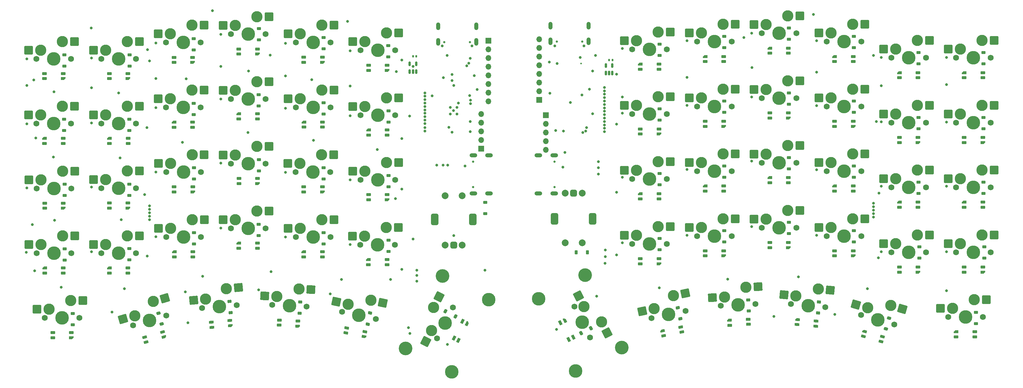
<source format=gbr>
%TF.GenerationSoftware,KiCad,Pcbnew,8.0.5*%
%TF.CreationDate,2024-10-06T11:07:10+02:00*%
%TF.ProjectId,chastity,63686173-7469-4747-992e-6b696361645f,rev?*%
%TF.SameCoordinates,Original*%
%TF.FileFunction,Soldermask,Bot*%
%TF.FilePolarity,Negative*%
%FSLAX46Y46*%
G04 Gerber Fmt 4.6, Leading zero omitted, Abs format (unit mm)*
G04 Created by KiCad (PCBNEW 8.0.5) date 2024-10-06 11:07:10*
%MOMM*%
%LPD*%
G01*
G04 APERTURE LIST*
G04 Aperture macros list*
%AMRoundRect*
0 Rectangle with rounded corners*
0 $1 Rounding radius*
0 $2 $3 $4 $5 $6 $7 $8 $9 X,Y pos of 4 corners*
0 Add a 4 corners polygon primitive as box body*
4,1,4,$2,$3,$4,$5,$6,$7,$8,$9,$2,$3,0*
0 Add four circle primitives for the rounded corners*
1,1,$1+$1,$2,$3*
1,1,$1+$1,$4,$5*
1,1,$1+$1,$6,$7*
1,1,$1+$1,$8,$9*
0 Add four rect primitives between the rounded corners*
20,1,$1+$1,$2,$3,$4,$5,0*
20,1,$1+$1,$4,$5,$6,$7,0*
20,1,$1+$1,$6,$7,$8,$9,0*
20,1,$1+$1,$8,$9,$2,$3,0*%
%AMFreePoly0*
4,1,18,-0.410000,0.593000,-0.403758,0.624380,-0.385983,0.650983,-0.359380,0.668758,-0.328000,0.675000,0.328000,0.675000,0.359380,0.668758,0.385983,0.650983,0.403758,0.624380,0.410000,0.593000,0.410000,-0.593000,0.403758,-0.624380,0.385983,-0.650983,0.359380,-0.668758,0.328000,-0.675000,0.000000,-0.675000,-0.410000,-0.265000,-0.410000,0.593000,-0.410000,0.593000,$1*%
G04 Aperture macros list end*
%ADD10C,0.650000*%
%ADD11O,2.250000X1.200000*%
%ADD12O,1.200000X2.250000*%
%ADD13C,2.000000*%
%ADD14RoundRect,0.500000X0.500000X-0.500000X0.500000X0.500000X-0.500000X0.500000X-0.500000X-0.500000X0*%
%ADD15RoundRect,0.550000X0.550000X-1.150000X0.550000X1.150000X-0.550000X1.150000X-0.550000X-1.150000X0*%
%ADD16RoundRect,0.500000X-0.500000X0.500000X-0.500000X-0.500000X0.500000X-0.500000X0.500000X0.500000X0*%
%ADD17RoundRect,0.550000X-0.550000X1.150000X-0.550000X-1.150000X0.550000X-1.150000X0.550000X1.150000X0*%
%ADD18C,4.000000*%
%ADD19C,3.987800*%
%ADD20RoundRect,0.225000X0.320025X-0.298050X0.413585X0.142116X-0.320025X0.298050X-0.413585X-0.142116X0*%
%ADD21RoundRect,0.225000X0.375000X-0.225000X0.375000X0.225000X-0.375000X0.225000X-0.375000X-0.225000X0*%
%ADD22RoundRect,0.082000X-0.593000X0.328000X-0.593000X-0.328000X0.593000X-0.328000X0.593000X0.328000X0*%
%ADD23FreePoly0,270.000000*%
%ADD24C,1.750000*%
%ADD25C,3.300000*%
%ADD26RoundRect,0.250000X1.025000X1.000000X-1.025000X1.000000X-1.025000X-1.000000X1.025000X-1.000000X0*%
%ADD27RoundRect,0.225000X0.386262X-0.205066X0.362710X0.244318X-0.386262X0.205066X-0.362710X-0.244318X0*%
%ADD28RoundRect,0.082000X-0.609354X0.296515X-0.575021X-0.358586X0.609354X-0.296515X0.575021X0.358586X0*%
%ADD29FreePoly0,273.000000*%
%ADD30R,1.700000X1.700000*%
%ADD31O,1.700000X1.700000*%
%ADD32RoundRect,0.082000X0.593000X-0.328000X0.593000X0.328000X-0.593000X0.328000X-0.593000X-0.328000X0*%
%ADD33FreePoly0,90.000000*%
%ADD34RoundRect,0.082000X0.511846X-0.444124X0.648237X0.197541X-0.511846X0.444124X-0.648237X-0.197541X0*%
%ADD35FreePoly0,78.000000*%
%ADD36RoundRect,0.250000X1.108255X0.906860X-0.933944X1.085529X-1.108255X-0.906860X0.933944X-1.085529X0*%
%ADD37RoundRect,0.082000X0.023034X0.677276X-0.561467X0.379458X-0.023034X-0.677276X0.561467X-0.379458X0*%
%ADD38FreePoly0,207.000000*%
%ADD39RoundRect,0.250000X1.356347X-0.459291X0.425666X1.367272X-1.356347X0.459291X-0.425666X-1.367272X0*%
%ADD40RoundRect,0.225000X-0.030230X-0.436275X0.370723X-0.231980X0.030230X0.436275X-0.370723X0.231980X0*%
%ADD41RoundRect,0.250000X1.210513X0.765038X-0.794690X1.191257X-1.210513X-0.765038X0.794690X-1.191257X0*%
%ADD42RoundRect,0.082000X-0.648237X0.197541X-0.511846X-0.444124X0.648237X-0.197541X0.511846X0.444124X0*%
%ADD43FreePoly0,282.000000*%
%ADD44RoundRect,0.225000X0.362710X-0.244318X0.386262X0.205066X-0.362710X0.244318X-0.386262X-0.205066X0*%
%ADD45RoundRect,0.225000X0.370723X0.231980X-0.030230X0.436275X-0.370723X-0.231980X0.030230X-0.436275X0*%
%ADD46RoundRect,0.082000X0.575021X-0.358586X0.609354X0.296515X-0.575021X0.358586X-0.609354X-0.296515X0*%
%ADD47FreePoly0,87.000000*%
%ADD48RoundRect,0.250000X1.260931X0.678733X-0.709656X1.243790X-1.260931X-0.678733X0.709656X-1.243790X0*%
%ADD49RoundRect,0.082000X-0.562156X0.378435X-0.619331X-0.275069X0.562156X-0.378435X0.619331X0.275069X0*%
%ADD50FreePoly0,265.000000*%
%ADD51RoundRect,0.225000X0.298455X-0.319648X0.422492X0.112920X-0.298455X0.319648X-0.422492X-0.112920X0*%
%ADD52RoundRect,0.150000X0.150000X-0.512500X0.150000X0.512500X-0.150000X0.512500X-0.150000X-0.512500X0*%
%ADD53RoundRect,0.250000X1.075931X0.944985X-0.971259X1.052274X-1.075931X-0.944985X0.971259X-1.052274X0*%
%ADD54RoundRect,0.225000X0.225000X0.375000X-0.225000X0.375000X-0.225000X-0.375000X0.225000X-0.375000X0*%
%ADD55RoundRect,0.082000X-0.479619X0.478747X-0.660437X-0.151841X0.479619X-0.478747X0.660437X0.151841X0*%
%ADD56FreePoly0,254.000000*%
%ADD57RoundRect,0.225000X0.393183X-0.191460X0.353963X0.256827X-0.393183X0.191460X-0.353963X-0.256827X0*%
%ADD58RoundRect,0.225000X0.353963X-0.256827X0.393183X0.191460X-0.353963X0.256827X-0.393183X-0.191460X0*%
%ADD59RoundRect,0.250000X0.971259X1.052274X-1.075931X0.944985X-0.971259X-1.052274X1.075931X-0.944985X0*%
%ADD60RoundRect,0.250000X0.709656X1.243790X-1.260931X0.678733X-0.709656X-1.243790X1.260931X-0.678733X0*%
%ADD61RoundRect,0.082000X0.561467X0.379458X-0.023034X0.677276X-0.561467X-0.379458X0.023034X-0.677276X0*%
%ADD62FreePoly0,153.000000*%
%ADD63RoundRect,0.225000X0.413585X-0.142116X0.320025X0.298050X-0.413585X0.142116X-0.320025X-0.298050X0*%
%ADD64RoundRect,0.250000X-0.425666X1.367272X-1.356347X-0.459291X0.425666X-1.367272X1.356347X0.459291X0*%
%ADD65RoundRect,0.082000X0.660437X-0.151841X0.479619X0.478747X-0.660437X0.151841X-0.479619X-0.478747X0*%
%ADD66FreePoly0,106.000000*%
%ADD67RoundRect,0.140000X-0.140000X-0.170000X0.140000X-0.170000X0.140000X0.170000X-0.140000X0.170000X0*%
%ADD68RoundRect,0.250000X0.794690X1.191257X-1.210513X0.765038X-0.794690X-1.191257X1.210513X-0.765038X0*%
%ADD69RoundRect,0.082000X0.619331X-0.275069X0.562156X0.378435X-0.619331X0.275069X-0.562156X-0.378435X0*%
%ADD70FreePoly0,95.000000*%
%ADD71RoundRect,0.250000X0.933944X1.085529X-1.108255X0.906860X-0.933944X-1.085529X1.108255X-0.906860X0*%
%ADD72RoundRect,0.225000X0.422492X-0.112920X0.298455X0.319648X-0.422492X0.112920X-0.298455X-0.319648X0*%
%ADD73C,0.800000*%
%ADD74C,0.500000*%
G04 APERTURE END LIST*
D10*
%TO.C,SPLIT_R1*%
X114971764Y96192805D03*
X114971764Y88692805D03*
D11*
X110291764Y98037805D03*
X114891764Y98017805D03*
X110291764Y86887805D03*
X114891764Y86867805D03*
%TD*%
D10*
%TO.C,J1*%
X90200621Y131227621D03*
X82700621Y131227621D03*
D12*
X92045621Y135907621D03*
X92025621Y131307621D03*
X80895621Y135907621D03*
X80875621Y131307621D03*
%TD*%
D13*
%TO.C,SW1*%
X82941764Y71695000D03*
X87941764Y71695000D03*
D14*
X85441764Y71695000D03*
D15*
X79841764Y79195000D03*
X91041764Y79195000D03*
D13*
X87941764Y86195000D03*
X82941764Y86195000D03*
%TD*%
%TO.C,SW2*%
X123101704Y86893835D03*
X118101704Y86893835D03*
D16*
X120601704Y86893835D03*
D17*
X126201704Y79393835D03*
X115001704Y79393835D03*
D13*
X118101704Y72393835D03*
X123101704Y72393835D03*
%TD*%
D10*
%TO.C,SPLIT_L1*%
X91111764Y88690000D03*
X91111764Y96190000D03*
D11*
X95791764Y86845000D03*
X91191764Y86865000D03*
X95791764Y97995000D03*
X91191764Y98015000D03*
%TD*%
D10*
%TO.C,J4*%
X123151032Y131356728D03*
X115651032Y131356728D03*
D12*
X124996032Y136036728D03*
X124976032Y131436728D03*
X113846032Y136036728D03*
X113826032Y131436728D03*
%TD*%
D18*
%TO.C,S31*%
X123960120Y62882475D03*
D19*
X110381181Y55963660D03*
D18*
X134770769Y41665382D03*
D19*
X121191830Y34746567D03*
%TD*%
D18*
%TO.C,S1*%
X71312759Y41407577D03*
D19*
X84891698Y34488762D03*
D18*
X82123408Y62624670D03*
D19*
X95702347Y55705855D03*
%TD*%
D20*
%TO.C,D29*%
X60248710Y48531056D03*
X60934818Y51758944D03*
%TD*%
D21*
%TO.C,D44*%
X164791764Y91602805D03*
X164791764Y94902805D03*
%TD*%
D22*
%TO.C,LED11*%
X46946764Y106285000D03*
X46946764Y107785000D03*
X41496764Y106285000D03*
D23*
X41496764Y107785000D03*
%TD*%
D24*
%TO.C,MX51*%
X185971764Y76802805D03*
D19*
X180891764Y76802805D03*
D24*
X175811764Y76802805D03*
D25*
X177081764Y79342805D03*
D26*
X173531764Y79342805D03*
X186981764Y81882805D03*
D25*
X183431764Y81882805D03*
%TD*%
D22*
%TO.C,LED19*%
X-29083236Y63515000D03*
X-29083236Y65015000D03*
X-34533236Y63515000D03*
D23*
X-34533236Y65015000D03*
%TD*%
D27*
%TO.C,D57*%
X172028118Y52355066D03*
X171855410Y55650544D03*
%TD*%
D24*
%TO.C,MX6*%
X68271764Y128845000D03*
D19*
X63191764Y128845000D03*
D24*
X58111764Y128845000D03*
D25*
X59381764Y131385000D03*
D26*
X55831764Y131385000D03*
X69281764Y133925000D03*
D25*
X65731764Y133925000D03*
%TD*%
D21*
%TO.C,D13*%
X-28708236Y86295000D03*
X-28708236Y89595000D03*
%TD*%
D28*
%TO.C,LED57*%
X171868148Y48473410D03*
X171789645Y49971355D03*
X166425617Y48188179D03*
D29*
X166347114Y49686124D03*
%TD*%
D21*
%TO.C,D35*%
X221791764Y124852805D03*
X221791764Y128152805D03*
%TD*%
D30*
%TO.C,J5*%
X112480764Y109825000D03*
D31*
X112480764Y107285000D03*
X112480764Y104745000D03*
X112480764Y102205000D03*
X112480764Y99665000D03*
%TD*%
D32*
%TO.C,LED6*%
X60466764Y124425000D03*
X60466764Y122925000D03*
X65916764Y124425000D03*
D33*
X65916764Y122925000D03*
%TD*%
D21*
%TO.C,D60*%
X238641764Y48652805D03*
X238641764Y51952805D03*
%TD*%
%TO.C,D48*%
X240791764Y86852805D03*
X240791764Y90152805D03*
%TD*%
%TO.C,D15*%
X9291764Y91095000D03*
X9291764Y94395000D03*
%TD*%
D32*
%TO.C,LED14*%
X-15553236Y84025000D03*
X-15553236Y82525000D03*
X-10103236Y84025000D03*
D33*
X-10103236Y82525000D03*
%TD*%
D21*
%TO.C,D6*%
X66241764Y126895000D03*
X66241764Y130195000D03*
%TD*%
D22*
%TO.C,LED35*%
X221616764Y120772805D03*
X221616764Y122272805D03*
X216166764Y120772805D03*
D23*
X216166764Y122272805D03*
%TD*%
D30*
%TO.C,J6*%
X110480764Y114245000D03*
D31*
X110480764Y116785000D03*
X110480764Y119325000D03*
X110480764Y121865000D03*
X110480764Y124405000D03*
X110480764Y126945000D03*
X110480764Y129485000D03*
X110480764Y132025000D03*
%TD*%
D21*
%TO.C,D17*%
X47291764Y91095000D03*
X47291764Y94395000D03*
%TD*%
%TO.C,D5*%
X47291764Y129295000D03*
X47291764Y132595000D03*
%TD*%
%TO.C,D34*%
X202791764Y129602805D03*
X202791764Y132902805D03*
%TD*%
%TO.C,D40*%
X202791764Y110602805D03*
X202791764Y113902805D03*
%TD*%
D24*
%TO.C,MX22*%
X30221764Y76595000D03*
D19*
X25141764Y76595000D03*
D24*
X20061764Y76595000D03*
D25*
X21331764Y79135000D03*
D26*
X17781764Y79135000D03*
X31231764Y81675000D03*
D25*
X27681764Y81675000D03*
%TD*%
D22*
%TO.C,LED47*%
X221616764Y82772805D03*
X221616764Y84272805D03*
X216166764Y82772805D03*
D23*
X216166764Y84272805D03*
%TD*%
D22*
%TO.C,LED23*%
X46916764Y68265000D03*
X46916764Y69765000D03*
X41466764Y68265000D03*
D23*
X41466764Y69765000D03*
%TD*%
D24*
%TO.C,MX37*%
X147971764Y110102805D03*
D19*
X142891764Y110102805D03*
D24*
X137811764Y110102805D03*
D25*
X139081764Y112642805D03*
D26*
X135531764Y112642805D03*
X148981764Y115182805D03*
D25*
X145431764Y115182805D03*
%TD*%
D32*
%TO.C,LED54*%
X235166764Y65272805D03*
X235166764Y63772805D03*
X240616764Y65272805D03*
D33*
X240616764Y63772805D03*
%TD*%
D22*
%TO.C,LED9*%
X8866764Y106245000D03*
X8866764Y107745000D03*
X3416764Y106245000D03*
D23*
X3416764Y107745000D03*
%TD*%
D32*
%TO.C,LED2*%
X-15583236Y122015000D03*
X-15583236Y120515000D03*
X-10133236Y122015000D03*
D33*
X-10133236Y120515000D03*
%TD*%
D21*
%TO.C,D53*%
X222045211Y67851540D03*
X222045211Y71151540D03*
%TD*%
D32*
%TO.C,LED51*%
X178166764Y72472805D03*
X178166764Y70972805D03*
X183616764Y72472805D03*
D33*
X183616764Y70972805D03*
%TD*%
D34*
%TO.C,LED29*%
X54076055Y47426180D03*
X53764187Y45958959D03*
X59406959Y46293061D03*
D35*
X59095091Y44825840D03*
%TD*%
D24*
%TO.C,MX38*%
X166971764Y112352805D03*
D19*
X161891764Y112352805D03*
D24*
X156811764Y112352805D03*
D25*
X158081764Y114892805D03*
D26*
X154531764Y114892805D03*
X167981764Y117432805D03*
D25*
X164431764Y117432805D03*
%TD*%
D24*
%TO.C,MX58*%
X194452433Y53510054D03*
D19*
X189391764Y53952805D03*
D24*
X184331095Y54395556D03*
D25*
X185817638Y56815203D03*
D36*
X182281147Y57124606D03*
X195901341Y58482696D03*
D25*
X192364850Y58792098D03*
%TD*%
D32*
%TO.C,LED25*%
X-32183236Y46015000D03*
X-32183236Y44515000D03*
X-26733236Y46015000D03*
D33*
X-26733236Y44515000D03*
%TD*%
D24*
%TO.C,MX54*%
X242971764Y69602805D03*
D19*
X237891764Y69602805D03*
D24*
X232811764Y69602805D03*
D25*
X234081764Y72142805D03*
D26*
X230531764Y72142805D03*
X243981764Y74682805D03*
D25*
X240431764Y74682805D03*
%TD*%
D24*
%TO.C,MX42*%
X242971764Y107602805D03*
D19*
X237891764Y107602805D03*
D24*
X232811764Y107602805D03*
D25*
X234081764Y110142805D03*
D26*
X230531764Y110142805D03*
X243981764Y112682805D03*
D25*
X240431764Y112682805D03*
%TD*%
D24*
%TO.C,MX8*%
X-7728236Y107345000D03*
D19*
X-12808236Y107345000D03*
D24*
X-17888236Y107345000D03*
D25*
X-16618236Y109885000D03*
D26*
X-20168236Y109885000D03*
X-6718236Y112425000D03*
D25*
X-10268236Y112425000D03*
%TD*%
D37*
%TO.C,LED55*%
X119184320Y44028047D03*
X120520830Y44709033D03*
X116710072Y48884033D03*
D38*
X118046582Y49565019D03*
%TD*%
D22*
%TO.C,LED20*%
X-10133236Y63515000D03*
X-10133236Y65015000D03*
X-15583236Y63515000D03*
D23*
X-15583236Y65015000D03*
%TD*%
D24*
%TO.C,MX48*%
X242971764Y88602805D03*
D19*
X237891764Y88602805D03*
D24*
X232811764Y88602805D03*
D25*
X234081764Y91142805D03*
D26*
X230531764Y91142805D03*
X243981764Y93682805D03*
D25*
X240431764Y93682805D03*
%TD*%
D24*
%TO.C,MX55*%
X125448036Y44576492D03*
D19*
X123141764Y49102805D03*
D24*
X120835492Y53629118D03*
D25*
X123675217Y53650676D03*
D39*
X122063550Y56813749D03*
X130432879Y45982847D03*
D25*
X128821213Y49145920D03*
%TD*%
D22*
%TO.C,LED33*%
X183616764Y127972805D03*
X183616764Y129472805D03*
X178166764Y127972805D03*
D23*
X178166764Y129472805D03*
%TD*%
D24*
%TO.C,MX24*%
X68221764Y71795000D03*
D19*
X63141764Y71795000D03*
D24*
X58061764Y71795000D03*
D25*
X59331764Y74335000D03*
D26*
X55781764Y74335000D03*
X69231764Y76875000D03*
D25*
X65681764Y76875000D03*
%TD*%
D24*
%TO.C,MX33*%
X185971764Y133802805D03*
D19*
X180891764Y133802805D03*
D24*
X175811764Y133802805D03*
D25*
X177081764Y136342805D03*
D26*
X173531764Y136342805D03*
X186981764Y138882805D03*
D25*
X183431764Y138882805D03*
%TD*%
D22*
%TO.C,LED10*%
X27866764Y108715000D03*
X27866764Y110215000D03*
X22416764Y108715000D03*
D23*
X22416764Y110215000D03*
%TD*%
D24*
%TO.C,MX19*%
X-26728236Y69345000D03*
D19*
X-31808236Y69345000D03*
D24*
X-36888236Y69345000D03*
D25*
X-35618236Y71885000D03*
D26*
X-39168236Y71885000D03*
X-25718236Y74425000D03*
D25*
X-29268236Y74425000D03*
%TD*%
D32*
%TO.C,LED18*%
X60446764Y86495000D03*
X60446764Y84995000D03*
X65896764Y86495000D03*
D33*
X65896764Y84995000D03*
%TD*%
D21*
%TO.C,D2*%
X-9658236Y124195000D03*
X-9658236Y127495000D03*
%TD*%
D22*
%TO.C,LED7*%
X-29133236Y101515000D03*
X-29133236Y103015000D03*
X-34583236Y101515000D03*
D23*
X-34583236Y103015000D03*
%TD*%
D21*
%TO.C,D24*%
X66291764Y69795000D03*
X66291764Y73095000D03*
%TD*%
%TO.C,D16*%
X28291764Y93495000D03*
X28291764Y96795000D03*
%TD*%
D40*
%TO.C,D55*%
X122771603Y45853721D03*
X125711925Y47351889D03*
%TD*%
D32*
%TO.C,LED16*%
X22446764Y91235000D03*
X22446764Y89735000D03*
X27896764Y91235000D03*
D33*
X27896764Y89735000D03*
%TD*%
D24*
%TO.C,MX29*%
X62610754Y50038809D03*
D19*
X57641764Y51095000D03*
D24*
X52672774Y52151191D03*
D25*
X54443117Y54371638D03*
D41*
X50970693Y55109725D03*
X64654874Y54797808D03*
D25*
X61182450Y55535894D03*
%TD*%
D21*
%TO.C,D61*%
X94666073Y80931460D03*
X94666073Y84231460D03*
%TD*%
D24*
%TO.C,MX40*%
X204971764Y112352805D03*
D19*
X199891764Y112352805D03*
D24*
X194811764Y112352805D03*
D25*
X196081764Y114892805D03*
D26*
X192531764Y114892805D03*
X205981764Y117432805D03*
D25*
X202431764Y117432805D03*
%TD*%
D22*
%TO.C,LED60*%
X238266764Y44772805D03*
X238266764Y46272805D03*
X232816764Y44772805D03*
D23*
X232816764Y46272805D03*
%TD*%
D21*
%TO.C,D3*%
X9141764Y128945000D03*
X9141764Y132245000D03*
%TD*%
D24*
%TO.C,MX2*%
X-7778236Y126345000D03*
D19*
X-12858236Y126345000D03*
D24*
X-17938236Y126345000D03*
D25*
X-16668236Y128885000D03*
D26*
X-20218236Y128885000D03*
X-6768236Y131425000D03*
D25*
X-10318236Y131425000D03*
%TD*%
D32*
%TO.C,LED1*%
X-34583236Y122015000D03*
X-34583236Y120515000D03*
X-29133236Y122015000D03*
D33*
X-29133236Y120515000D03*
%TD*%
D42*
%TO.C,LED56*%
X152319342Y46216764D03*
X152007474Y47683985D03*
X146988438Y45083645D03*
D43*
X146676570Y46550866D03*
%TD*%
D24*
%TO.C,MX50*%
X166971764Y74352805D03*
D19*
X161891764Y74352805D03*
D24*
X156811764Y74352805D03*
D25*
X158081764Y76892805D03*
D26*
X154531764Y76892805D03*
X167981764Y79432805D03*
D25*
X164431764Y79432805D03*
%TD*%
D21*
%TO.C,D42*%
X240791764Y105852805D03*
X240791764Y109152805D03*
%TD*%
D44*
%TO.C,D28*%
X40205410Y51697261D03*
X40378118Y54992739D03*
%TD*%
D24*
%TO.C,MX52*%
X204971764Y74352805D03*
D19*
X199891764Y74352805D03*
D24*
X194811764Y74352805D03*
D25*
X196081764Y76892805D03*
D26*
X192531764Y76892805D03*
X205981764Y79432805D03*
D25*
X202431764Y79432805D03*
%TD*%
D45*
%TO.C,D30*%
X85961925Y50795916D03*
X83021603Y52294084D03*
%TD*%
D24*
%TO.C,MX14*%
X-7748236Y88355000D03*
D19*
X-12828236Y88355000D03*
D24*
X-17908236Y88355000D03*
D25*
X-16638236Y90895000D03*
D26*
X-20188236Y90895000D03*
X-6738236Y93435000D03*
D25*
X-10288236Y93435000D03*
%TD*%
D32*
%TO.C,LED40*%
X197166764Y108022805D03*
X197166764Y106522805D03*
X202616764Y108022805D03*
D33*
X202616764Y106522805D03*
%TD*%
D32*
%TO.C,LED52*%
X197166764Y70022805D03*
X197166764Y68522805D03*
X202616764Y70022805D03*
D33*
X202616764Y68522805D03*
%TD*%
D21*
%TO.C,D49*%
X145791764Y70302805D03*
X145791764Y73602805D03*
%TD*%
D24*
%TO.C,MX13*%
X-26748236Y88325000D03*
D19*
X-31828236Y88325000D03*
D24*
X-36908236Y88325000D03*
D25*
X-35638236Y90865000D03*
D26*
X-39188236Y90865000D03*
X-25738236Y93405000D03*
D25*
X-29288236Y93405000D03*
%TD*%
D24*
%TO.C,MX20*%
X-7778236Y69345000D03*
D19*
X-12858236Y69345000D03*
D24*
X-17938236Y69345000D03*
D25*
X-16668236Y71885000D03*
D26*
X-20218236Y71885000D03*
X-6768236Y74425000D03*
D25*
X-10318236Y74425000D03*
%TD*%
D22*
%TO.C,LED8*%
X-10083236Y101515000D03*
X-10083236Y103015000D03*
X-15533236Y101515000D03*
D23*
X-15533236Y103015000D03*
%TD*%
D21*
%TO.C,D39*%
X183791764Y113052805D03*
X183791764Y116352805D03*
%TD*%
D24*
%TO.C,MX32*%
X166971764Y131352805D03*
D19*
X161891764Y131352805D03*
D24*
X156811764Y131352805D03*
D25*
X158081764Y133892805D03*
D26*
X154531764Y133892805D03*
X167981764Y136432805D03*
D25*
X164431764Y136432805D03*
%TD*%
D24*
%TO.C,MX16*%
X30251764Y95565000D03*
D19*
X25171764Y95565000D03*
D24*
X20091764Y95565000D03*
D25*
X21361764Y98105000D03*
D26*
X17811764Y98105000D03*
X31261764Y100645000D03*
D25*
X27711764Y100645000D03*
%TD*%
D21*
%TO.C,D20*%
X-9708236Y67395000D03*
X-9708236Y70695000D03*
%TD*%
%TO.C,D32*%
X164791764Y129602805D03*
X164791764Y132902805D03*
%TD*%
D24*
%TO.C,MX43*%
X147971764Y91102805D03*
D19*
X142891764Y91102805D03*
D24*
X137811764Y91102805D03*
D25*
X139081764Y93642805D03*
D26*
X135531764Y93642805D03*
X148981764Y96182805D03*
D25*
X145431764Y96182805D03*
%TD*%
D46*
%TO.C,LED28*%
X34293884Y49713550D03*
X34215381Y48215605D03*
X39736415Y49428319D03*
D47*
X39657912Y47930374D03*
%TD*%
D21*
%TO.C,D11*%
X47291764Y110095000D03*
X47291764Y113395000D03*
%TD*%
D22*
%TO.C,LED12*%
X65896764Y103965000D03*
X65896764Y105465000D03*
X60446764Y103965000D03*
D23*
X60446764Y105465000D03*
%TD*%
D21*
%TO.C,D51*%
X183791764Y75052805D03*
X183791764Y78352805D03*
%TD*%
D24*
%TO.C,MX59*%
X214674973Y48402567D03*
D19*
X209791764Y49802805D03*
D24*
X204908555Y51203043D03*
D25*
X206829476Y53294588D03*
D48*
X203416997Y54273101D03*
X217046085Y53007383D03*
D25*
X213633606Y53985896D03*
%TD*%
D49*
%TO.C,LED58*%
X191598277Y47907491D03*
X191729010Y49401783D03*
X186169016Y48382489D03*
D50*
X186299749Y49876781D03*
%TD*%
D51*
%TO.C,D59*%
X212186962Y47116723D03*
X213096566Y50288887D03*
%TD*%
D21*
%TO.C,D45*%
X183791764Y94052805D03*
X183791764Y97352805D03*
%TD*%
%TO.C,D43*%
X145791764Y89352805D03*
X145791764Y92652805D03*
%TD*%
D22*
%TO.C,LED21*%
X8916764Y68215000D03*
X8916764Y69715000D03*
X3466764Y68215000D03*
D23*
X3466764Y69715000D03*
%TD*%
D21*
%TO.C,D18*%
X66291764Y88795000D03*
X66291764Y92095000D03*
%TD*%
D24*
%TO.C,MX35*%
X223971764Y126602805D03*
D19*
X218891764Y126602805D03*
D24*
X213811764Y126602805D03*
D25*
X215081764Y129142805D03*
D26*
X211531764Y129142805D03*
X224981764Y131682805D03*
D25*
X221431764Y131682805D03*
%TD*%
D24*
%TO.C,MX31*%
X147971764Y129102805D03*
D19*
X142891764Y129102805D03*
D24*
X137811764Y129102805D03*
D25*
X139081764Y131642805D03*
D26*
X135531764Y131642805D03*
X148981764Y134182805D03*
D25*
X145431764Y134182805D03*
%TD*%
D24*
%TO.C,MX5*%
X49271764Y131105000D03*
D19*
X44191764Y131105000D03*
D24*
X39111764Y131105000D03*
D25*
X40381764Y133645000D03*
D26*
X36831764Y133645000D03*
X50281764Y136185000D03*
D25*
X46731764Y136185000D03*
%TD*%
D22*
%TO.C,LED24*%
X65866764Y65965000D03*
X65866764Y67465000D03*
X60416764Y65965000D03*
D23*
X60416764Y67465000D03*
%TD*%
D52*
%TO.C,U6*%
X74441764Y122607500D03*
X73491764Y122607500D03*
X72541764Y122607500D03*
X72541764Y124882500D03*
X74441764Y124882500D03*
%TD*%
D24*
%TO.C,MX28*%
X42314802Y53629133D03*
D19*
X37241764Y53895000D03*
D24*
X32168726Y54160867D03*
D25*
X33569919Y56630919D03*
D53*
X30024784Y56816712D03*
X43589285Y58649312D03*
D25*
X40044150Y58835105D03*
%TD*%
D21*
%TO.C,D1*%
X-28758236Y124195000D03*
X-28758236Y127495000D03*
%TD*%
D54*
%TO.C,D62*%
X124630764Y69545000D03*
X121330764Y69545000D03*
%TD*%
D55*
%TO.C,LED59*%
X210804237Y43447537D03*
X211217693Y44889429D03*
X205565361Y44949761D03*
D56*
X205978817Y46391653D03*
%TD*%
D21*
%TO.C,D21*%
X9291764Y71995000D03*
X9291764Y75295000D03*
%TD*%
D24*
%TO.C,MX17*%
X49251764Y93095000D03*
D19*
X44171764Y93095000D03*
D24*
X39091764Y93095000D03*
D25*
X40361764Y95635000D03*
D26*
X36811764Y95635000D03*
X50261764Y98175000D03*
D25*
X46711764Y98175000D03*
%TD*%
D57*
%TO.C,D27*%
X19985571Y51901279D03*
X19697957Y55188721D03*
%TD*%
D21*
%TO.C,D52*%
X202791764Y72602805D03*
X202791764Y75902805D03*
%TD*%
D58*
%TO.C,D58*%
X192297957Y51759084D03*
X192585571Y55046526D03*
%TD*%
D21*
%TO.C,D41*%
X221791764Y105852805D03*
X221791764Y109152805D03*
%TD*%
D22*
%TO.C,LED36*%
X240616764Y120772805D03*
X240616764Y122272805D03*
X235166764Y120772805D03*
D23*
X235166764Y122272805D03*
%TD*%
D21*
%TO.C,D47*%
X221791764Y86852805D03*
X221791764Y90152805D03*
%TD*%
D24*
%TO.C,MX47*%
X223971764Y88602805D03*
D19*
X218891764Y88602805D03*
D24*
X213811764Y88602805D03*
D25*
X215081764Y91142805D03*
D26*
X211531764Y91142805D03*
X224981764Y93682805D03*
D25*
X221431764Y93682805D03*
%TD*%
D21*
%TO.C,D10*%
X28191764Y112495000D03*
X28191764Y115795000D03*
%TD*%
%TO.C,D36*%
X240791764Y124852805D03*
X240791764Y128152805D03*
%TD*%
D24*
%TO.C,MX1*%
X-26778236Y126345000D03*
D19*
X-31858236Y126345000D03*
D24*
X-36938236Y126345000D03*
D25*
X-35668236Y128885000D03*
D26*
X-39218236Y128885000D03*
X-25768236Y131425000D03*
D25*
X-29318236Y131425000D03*
%TD*%
D32*
%TO.C,LED53*%
X216166764Y65272805D03*
X216166764Y63772805D03*
X221616764Y65272805D03*
D33*
X221616764Y63772805D03*
%TD*%
D24*
%TO.C,MX44*%
X166971764Y93352805D03*
D19*
X161891764Y93352805D03*
D24*
X156811764Y93352805D03*
D25*
X158081764Y95892805D03*
D26*
X154531764Y95892805D03*
X167981764Y98432805D03*
D25*
X164431764Y98432805D03*
%TD*%
D30*
%TO.C,J2*%
X93491764Y99945000D03*
D31*
X93491764Y102485000D03*
X93491764Y105025000D03*
X93491764Y107565000D03*
X93491764Y110105000D03*
%TD*%
D32*
%TO.C,LED13*%
X-34553236Y83995000D03*
X-34553236Y82495000D03*
X-29103236Y83995000D03*
D33*
X-29103236Y82495000D03*
%TD*%
D24*
%TO.C,MX57*%
X173914802Y54418672D03*
D19*
X168841764Y54152805D03*
D24*
X163768726Y53886938D03*
D25*
X164904052Y56489924D03*
D59*
X161358917Y56304131D03*
X174657551Y59544569D03*
D25*
X171112416Y59358776D03*
%TD*%
D21*
%TO.C,D54*%
X241037142Y67919007D03*
X241037142Y71219007D03*
%TD*%
D30*
%TO.C,J3*%
X95591764Y131645000D03*
D31*
X95591764Y129105000D03*
X95591764Y126565000D03*
X95591764Y124025000D03*
X95591764Y121485000D03*
X95591764Y118945000D03*
X95591764Y116405000D03*
X95591764Y113865000D03*
%TD*%
D22*
%TO.C,LED43*%
X145616764Y85272805D03*
X145616764Y86772805D03*
X140166764Y85272805D03*
D23*
X140166764Y86772805D03*
%TD*%
D24*
%TO.C,MX15*%
X11251764Y93135000D03*
D19*
X6171764Y93135000D03*
D24*
X1091764Y93135000D03*
D25*
X2361764Y95675000D03*
D26*
X-1188236Y95675000D03*
X12261764Y98215000D03*
D25*
X8711764Y98215000D03*
%TD*%
D21*
%TO.C,D8*%
X-9708236Y105295000D03*
X-9708236Y108595000D03*
%TD*%
D22*
%TO.C,LED46*%
X202616764Y87522805D03*
X202616764Y89022805D03*
X197166764Y87522805D03*
D23*
X197166764Y89022805D03*
%TD*%
D21*
%TO.C,D14*%
X-9708236Y86295000D03*
X-9708236Y89595000D03*
%TD*%
D24*
%TO.C,MX18*%
X68251764Y90825000D03*
D19*
X63171764Y90825000D03*
D24*
X58091764Y90825000D03*
D25*
X59361764Y93365000D03*
D26*
X55811764Y93365000D03*
X69261764Y95905000D03*
D25*
X65711764Y95905000D03*
%TD*%
D24*
%TO.C,MX45*%
X185971764Y95802805D03*
D19*
X180891764Y95802805D03*
D24*
X175811764Y95802805D03*
D25*
X177081764Y98342805D03*
D26*
X173531764Y98342805D03*
X186981764Y100882805D03*
D25*
X183431764Y100882805D03*
%TD*%
D32*
%TO.C,LED4*%
X22416764Y129215000D03*
X22416764Y127715000D03*
X27866764Y129215000D03*
D33*
X27866764Y127715000D03*
%TD*%
D24*
%TO.C,MX53*%
X223971764Y69602805D03*
D19*
X218891764Y69602805D03*
D24*
X213811764Y69602805D03*
D25*
X215081764Y72142805D03*
D26*
X211531764Y72142805D03*
X224981764Y74682805D03*
D25*
X221431764Y74682805D03*
%TD*%
D21*
%TO.C,D33*%
X183791764Y132052805D03*
X183791764Y135352805D03*
%TD*%
%TO.C,D4*%
X28291764Y131895000D03*
X28291764Y135195000D03*
%TD*%
D22*
%TO.C,LED22*%
X27866764Y70765000D03*
X27866764Y72265000D03*
X22416764Y70765000D03*
D23*
X22416764Y72265000D03*
%TD*%
D32*
%TO.C,LED3*%
X3416764Y126765000D03*
X3416764Y125265000D03*
X8866764Y126765000D03*
D33*
X8866764Y125265000D03*
%TD*%
D24*
%TO.C,MX9*%
X11221764Y112075000D03*
D19*
X6141764Y112075000D03*
D24*
X1061764Y112075000D03*
D25*
X2331764Y114615000D03*
D26*
X-1218236Y114615000D03*
X12231764Y117155000D03*
D25*
X8681764Y117155000D03*
%TD*%
D24*
%TO.C,MX46*%
X204971764Y93352805D03*
D19*
X199891764Y93352805D03*
D24*
X194811764Y93352805D03*
D25*
X196081764Y95892805D03*
D26*
X192531764Y95892805D03*
X205981764Y98432805D03*
D25*
X202431764Y98432805D03*
%TD*%
D32*
%TO.C,LED38*%
X159166764Y108022805D03*
X159166764Y106522805D03*
X164616764Y108022805D03*
D33*
X164616764Y106522805D03*
%TD*%
D24*
%TO.C,MX12*%
X68251764Y109795000D03*
D19*
X63171764Y109795000D03*
D24*
X58091764Y109795000D03*
D25*
X59361764Y112335000D03*
D26*
X55811764Y112335000D03*
X69261764Y114875000D03*
D25*
X65711764Y114875000D03*
%TD*%
D22*
%TO.C,LED44*%
X164616764Y87522805D03*
X164616764Y89022805D03*
X159166764Y87522805D03*
D23*
X159166764Y89022805D03*
%TD*%
D24*
%TO.C,MX26*%
X1124973Y50995238D03*
D19*
X-3758236Y49595000D03*
D24*
X-8641445Y48194762D03*
D25*
X-8120762Y50986426D03*
D60*
X-11533241Y50007914D03*
X695610Y56156841D03*
D25*
X-2716869Y55178328D03*
%TD*%
D32*
%TO.C,LED37*%
X140166764Y105772805D03*
X140166764Y104272805D03*
X145616764Y105772805D03*
D33*
X145616764Y104272805D03*
%TD*%
D32*
%TO.C,LED15*%
X3446764Y88805000D03*
X3446764Y87305000D03*
X8896764Y88805000D03*
D33*
X8896764Y87305000D03*
%TD*%
D32*
%TO.C,LED41*%
X216166764Y103272805D03*
X216166764Y101772805D03*
X221616764Y103272805D03*
D33*
X221616764Y101772805D03*
%TD*%
D24*
%TO.C,MX41*%
X223971764Y107602805D03*
D19*
X218891764Y107602805D03*
D24*
X213811764Y107602805D03*
D25*
X215081764Y110142805D03*
D26*
X211531764Y110142805D03*
X224981764Y112682805D03*
D25*
X221431764Y112682805D03*
%TD*%
D22*
%TO.C,LED34*%
X202616764Y125522805D03*
X202616764Y127022805D03*
X197166764Y125522805D03*
D23*
X197166764Y127022805D03*
%TD*%
D61*
%TO.C,LED30*%
X85512698Y44451228D03*
X86849208Y43770242D03*
X87986946Y49307214D03*
D62*
X89323456Y48626228D03*
%TD*%
D21*
%TO.C,D12*%
X66291764Y107795000D03*
X66291764Y111095000D03*
%TD*%
D63*
%TO.C,D56*%
X151884818Y50088861D03*
X151198710Y53316749D03*
%TD*%
D24*
%TO.C,MX11*%
X49301764Y112115000D03*
D19*
X44221764Y112115000D03*
D24*
X39141764Y112115000D03*
D25*
X40411764Y114655000D03*
D26*
X36861764Y114655000D03*
X50311764Y117195000D03*
D25*
X46761764Y117195000D03*
%TD*%
D24*
%TO.C,MX30*%
X85198036Y53371313D03*
D19*
X82891764Y48845000D03*
D24*
X80585492Y44318687D03*
D25*
X78898904Y46603401D03*
D64*
X77287237Y43440328D03*
X81130253Y56577501D03*
D25*
X79518587Y53414428D03*
%TD*%
D24*
%TO.C,MX49*%
X147971764Y72052805D03*
D19*
X142891764Y72052805D03*
D24*
X137811764Y72052805D03*
D25*
X139081764Y74592805D03*
D26*
X135531764Y74592805D03*
X148981764Y77132805D03*
D25*
X145431764Y77132805D03*
%TD*%
D32*
%TO.C,LED42*%
X235166764Y103272805D03*
X235166764Y101772805D03*
X240616764Y103272805D03*
D33*
X240616764Y101772805D03*
%TD*%
D21*
%TO.C,D31*%
X145791764Y127352805D03*
X145791764Y130652805D03*
%TD*%
D24*
%TO.C,MX36*%
X242971764Y126602805D03*
D19*
X237891764Y126602805D03*
D24*
X232811764Y126602805D03*
D25*
X234081764Y129142805D03*
D26*
X230531764Y129142805D03*
X243981764Y131682805D03*
D25*
X240431764Y131682805D03*
%TD*%
D24*
%TO.C,MX21*%
X11271764Y74045000D03*
D19*
X6191764Y74045000D03*
D24*
X1111764Y74045000D03*
D25*
X2381764Y76585000D03*
D26*
X-1168236Y76585000D03*
X12281764Y79125000D03*
D25*
X8731764Y79125000D03*
%TD*%
D32*
%TO.C,LED39*%
X178166764Y110472805D03*
X178166764Y108972805D03*
X183616764Y110472805D03*
D33*
X183616764Y108972805D03*
%TD*%
D21*
%TO.C,D7*%
X-28808236Y105295000D03*
X-28808236Y108595000D03*
%TD*%
%TO.C,D50*%
X164791764Y72602805D03*
X164791764Y75902805D03*
%TD*%
D65*
%TO.C,LED26*%
X-5184164Y44681624D03*
X-4770708Y43239732D03*
X54712Y46183848D03*
D66*
X468168Y44741956D03*
%TD*%
D67*
%TO.C,C35*%
X131031337Y125945000D03*
X131991337Y125945000D03*
%TD*%
D22*
%TO.C,LED48*%
X240616764Y82772805D03*
X240616764Y84272805D03*
X235166764Y82772805D03*
D23*
X235166764Y84272805D03*
%TD*%
D22*
%TO.C,LED31*%
X145616764Y123272805D03*
X145616764Y124772805D03*
X140166764Y123272805D03*
D23*
X140166764Y124772805D03*
%TD*%
D32*
%TO.C,LED50*%
X159166764Y70022805D03*
X159166764Y68522805D03*
X164616764Y70022805D03*
D33*
X164616764Y68522805D03*
%TD*%
D21*
%TO.C,D25*%
X-26308236Y48345000D03*
X-26308236Y51645000D03*
%TD*%
%TO.C,D46*%
X202791764Y91602805D03*
X202791764Y94902805D03*
%TD*%
%TO.C,D19*%
X-28708236Y67295000D03*
X-28708236Y70595000D03*
%TD*%
%TO.C,D9*%
X9191764Y109995000D03*
X9191764Y113295000D03*
%TD*%
%TO.C,D37*%
X145791764Y108352805D03*
X145791764Y111652805D03*
%TD*%
D24*
%TO.C,MX60*%
X240621764Y50602805D03*
D19*
X235541764Y50602805D03*
D24*
X230461764Y50602805D03*
D25*
X231731764Y53142805D03*
D26*
X228181764Y53142805D03*
X241631764Y55682805D03*
D25*
X238081764Y55682805D03*
%TD*%
D24*
%TO.C,MX4*%
X30221764Y133545000D03*
D19*
X25141764Y133545000D03*
D24*
X20061764Y133545000D03*
D25*
X21331764Y136085000D03*
D26*
X17781764Y136085000D03*
X31231764Y138625000D03*
D25*
X27681764Y138625000D03*
%TD*%
D21*
%TO.C,D38*%
X164791764Y110602805D03*
X164791764Y113902805D03*
%TD*%
D24*
%TO.C,MX56*%
X153410754Y52408996D03*
D19*
X148441764Y51352805D03*
D24*
X143472774Y50296614D03*
D25*
X144186926Y53045156D03*
D68*
X140714502Y52307070D03*
X153342491Y57587977D03*
D25*
X149870068Y56849891D03*
%TD*%
D32*
%TO.C,LED5*%
X41466764Y126775000D03*
X41466764Y125275000D03*
X46916764Y126775000D03*
D33*
X46916764Y125275000D03*
%TD*%
D24*
%TO.C,MX10*%
X30221764Y114545000D03*
D19*
X25141764Y114545000D03*
D24*
X20061764Y114545000D03*
D25*
X21331764Y117085000D03*
D26*
X17781764Y117085000D03*
X31231764Y119625000D03*
D25*
X27681764Y119625000D03*
%TD*%
D52*
%TO.C,U11*%
X131975779Y122119077D03*
X131025779Y122119077D03*
X130075779Y122119077D03*
X130075779Y124394077D03*
X131975779Y124394077D03*
%TD*%
D24*
%TO.C,MX34*%
X204971764Y131352805D03*
D19*
X199891764Y131352805D03*
D24*
X194811764Y131352805D03*
D25*
X196081764Y133892805D03*
D26*
X192531764Y133892805D03*
X205981764Y136432805D03*
D25*
X202431764Y136432805D03*
%TD*%
D21*
%TO.C,D22*%
X28241764Y74495000D03*
X28241764Y77795000D03*
%TD*%
D24*
%TO.C,MX7*%
X-26778236Y107345000D03*
D19*
X-31858236Y107345000D03*
D24*
X-36938236Y107345000D03*
D25*
X-35668236Y109885000D03*
D26*
X-39218236Y109885000D03*
X-25768236Y112425000D03*
D25*
X-29318236Y112425000D03*
%TD*%
D22*
%TO.C,LED45*%
X183616764Y89972805D03*
X183616764Y91472805D03*
X178166764Y89972805D03*
D23*
X178166764Y91472805D03*
%TD*%
D22*
%TO.C,LED32*%
X164616764Y125522805D03*
X164616764Y127022805D03*
X159166764Y125522805D03*
D23*
X159166764Y127022805D03*
%TD*%
D69*
%TO.C,LED27*%
X14354518Y49093978D03*
X14485251Y47599686D03*
X19783779Y49568976D03*
D70*
X19914512Y48074684D03*
%TD*%
D24*
%TO.C,MX3*%
X11221764Y131095000D03*
D19*
X6141764Y131095000D03*
D24*
X1061764Y131095000D03*
D25*
X2331764Y133635000D03*
D26*
X-1218236Y133635000D03*
X12231764Y136175000D03*
D25*
X8681764Y136175000D03*
%TD*%
D67*
%TO.C,C6*%
X73478387Y127045000D03*
X74438387Y127045000D03*
%TD*%
D24*
%TO.C,MX27*%
X21752433Y54087751D03*
D19*
X16691764Y53645000D03*
D24*
X11631095Y53202249D03*
D25*
X12674887Y55843271D03*
D71*
X9138395Y55533868D03*
X22315839Y59236448D03*
D25*
X18779347Y58927045D03*
%TD*%
D24*
%TO.C,MX39*%
X185971764Y114802805D03*
D19*
X180891764Y114802805D03*
D24*
X175811764Y114802805D03*
D25*
X177081764Y117342805D03*
D26*
X173531764Y117342805D03*
X186981764Y119882805D03*
D25*
X183431764Y119882805D03*
%TD*%
D24*
%TO.C,MX25*%
X-24378236Y50345000D03*
D19*
X-29458236Y50345000D03*
D24*
X-34538236Y50345000D03*
D25*
X-33268236Y52885000D03*
D26*
X-36818236Y52885000D03*
X-23368236Y55425000D03*
D25*
X-26918236Y55425000D03*
%TD*%
D24*
%TO.C,MX23*%
X49271764Y74095000D03*
D19*
X44191764Y74095000D03*
D24*
X39111764Y74095000D03*
D25*
X40381764Y76635000D03*
D26*
X36831764Y76635000D03*
X50281764Y79175000D03*
D25*
X46731764Y79175000D03*
%TD*%
D21*
%TO.C,D23*%
X47291764Y71995000D03*
X47291764Y75295000D03*
%TD*%
D72*
%TO.C,D26*%
X-253434Y48558918D03*
X-1163038Y51731082D03*
%TD*%
D32*
%TO.C,LED49*%
X140166764Y67722805D03*
X140166764Y66222805D03*
X145616764Y67722805D03*
D33*
X145616764Y66222805D03*
%TD*%
D32*
%TO.C,LED17*%
X41446764Y88765000D03*
X41446764Y87265000D03*
X46896764Y88765000D03*
D33*
X46896764Y87265000D03*
%TD*%
D73*
X74641764Y64345000D03*
X127880764Y94345000D03*
X68391764Y85345000D03*
X179380764Y50745000D03*
X-4398236Y129035000D03*
X68591764Y122545000D03*
X54291764Y137345000D03*
X52491764Y61645000D03*
X90291764Y104945000D03*
X90303390Y107955920D03*
X44291764Y102445000D03*
X90791764Y130073764D03*
X5891764Y101845000D03*
X31891764Y63945000D03*
X115106032Y130156728D03*
X62991764Y99745000D03*
X94591764Y64345000D03*
X73491764Y124145000D03*
X82396764Y120802239D03*
X-31808236Y116645000D03*
X86400099Y110113140D03*
X-12108236Y79145000D03*
X85441764Y74495000D03*
X74641764Y62820000D03*
X117659380Y105099502D03*
D74*
X122780764Y124945000D03*
D73*
X80491764Y95145000D03*
X-20908236Y135385000D03*
X123684304Y130145000D03*
X31591764Y127445000D03*
X190980764Y139345000D03*
X84991264Y121751892D03*
X122580764Y126694500D03*
X-31608236Y78945000D03*
X89891764Y125045500D03*
X86400099Y112113140D03*
X82291764Y95145000D03*
X90291927Y126460730D03*
X115380764Y105345000D03*
X25291764Y122745000D03*
X92317298Y117358641D03*
X25091764Y104745000D03*
X84991264Y119945000D03*
X113651695Y116207566D03*
X-32008236Y97545000D03*
X127880764Y96195000D03*
X84400099Y112113140D03*
X6991764Y120445000D03*
X73491764Y73445000D03*
X129848959Y66320634D03*
X-12808236Y116345000D03*
X79070355Y115467283D03*
X72491764Y109545000D03*
X83991764Y106245000D03*
X-11108236Y58945000D03*
X-12408236Y97245000D03*
X43791764Y120245000D03*
X127880764Y92495000D03*
X14651764Y140465000D03*
X84400099Y110113140D03*
X129880764Y68345000D03*
X83691764Y95145000D03*
X126180764Y110259545D03*
X11791764Y62545000D03*
X74641764Y61145000D03*
X84957620Y104762930D03*
X66891764Y61645000D03*
X125256206Y117414273D03*
X85400099Y111113140D03*
X-29708236Y59345000D03*
X85491764Y118545000D03*
X82091764Y130145000D03*
X170580764Y132545000D03*
X129880764Y70254214D03*
X113461477Y125360503D03*
X90091764Y115545000D03*
X123085000Y115751006D03*
X83591764Y42545000D03*
X70248014Y125988750D03*
X70248014Y64545000D03*
X72191764Y47445000D03*
X70248014Y88145000D03*
X70248014Y102945000D03*
X133191930Y121820500D03*
X115580764Y46945000D03*
X133191930Y68805214D03*
X133191930Y107145000D03*
X133216844Y87169914D03*
X76991264Y109345994D03*
X-3746668Y83167707D03*
X-3758236Y125695000D03*
X-37708236Y120145000D03*
X-37108236Y103145000D03*
X-37508236Y64145000D03*
X-38138236Y77745000D03*
X-39741678Y118545000D03*
X-39908236Y69545000D03*
X76991264Y115345000D03*
X-39741678Y126283076D03*
X-39741678Y88483076D03*
X-39741678Y107283076D03*
X-14808236Y52045000D03*
X76991264Y114345497D03*
X-20808236Y107545000D03*
X-20808236Y126545000D03*
X-20808236Y117870500D03*
X-20808236Y69745000D03*
X-20808236Y88745000D03*
X6691764Y57945000D03*
X76991264Y113345994D03*
X-1890937Y120537701D03*
X-1898236Y130955000D03*
X-1898236Y93155000D03*
X-1898236Y111955000D03*
X-1898236Y74155000D03*
X17101764Y133505000D03*
X17101764Y114505000D03*
X76991264Y112346491D03*
X17101764Y124070500D03*
X17101764Y76705000D03*
X17101764Y95705000D03*
X28244130Y58597366D03*
X36101764Y130855000D03*
X49191764Y57345000D03*
X36101764Y74055000D03*
X76991264Y111345000D03*
X36101764Y93055000D03*
X36101764Y121345000D03*
X36101764Y111855000D03*
X55091764Y71845000D03*
X55091764Y118345000D03*
X55091764Y109645000D03*
X55091764Y128645000D03*
X55091764Y90845000D03*
X72591764Y45745000D03*
X76991264Y110345497D03*
X134923632Y115136968D03*
X127380764Y56745000D03*
X134895418Y110359606D03*
X129681264Y109945497D03*
X134895418Y91559606D03*
X134895418Y129359606D03*
X134895418Y72345000D03*
X153863963Y131661615D03*
X153863963Y93861615D03*
X153863963Y112661615D03*
X153876589Y120907039D03*
X145780764Y59145000D03*
X153863963Y74545000D03*
X129681264Y110945000D03*
X172879556Y123746402D03*
X172865432Y77145000D03*
X172865432Y96297725D03*
X172865432Y133860332D03*
X165780764Y61745000D03*
X129681264Y111944503D03*
X172865432Y115097725D03*
X191909333Y93812617D03*
X186580764Y62345000D03*
X191909333Y122370500D03*
X191909333Y131612617D03*
X191909333Y112612617D03*
X191909333Y74545000D03*
X129681264Y112944006D03*
X210859097Y69745000D03*
X210853016Y118448150D03*
X210859097Y126745000D03*
X129681264Y113943509D03*
X210859097Y89005601D03*
X210859097Y107805601D03*
X206780764Y58945000D03*
X229980764Y88945000D03*
X229980764Y126745000D03*
X229955463Y118745500D03*
X229980764Y69745000D03*
X129681264Y114943012D03*
X229980764Y58345000D03*
X229955463Y107745000D03*
X-3746988Y79145000D03*
X7491764Y48945000D03*
X76991264Y105145000D03*
X208554713Y79918949D03*
X197180764Y51345000D03*
X129681264Y104947982D03*
X-4471988Y68481247D03*
X76991264Y106145000D03*
X-3746433Y80144502D03*
X209980764Y67945000D03*
X208551337Y80946925D03*
X129681264Y105947485D03*
X-5232736Y86545000D03*
X76991264Y107345000D03*
X-3746508Y81144004D03*
X208580764Y81945994D03*
X129681264Y106946988D03*
X210159597Y86945000D03*
X-3746110Y82168205D03*
X76991264Y108345000D03*
X-4508236Y106123611D03*
X208580764Y82945497D03*
X209380764Y107945000D03*
X129681264Y107946491D03*
X208593665Y83957194D03*
X208580764Y127345000D03*
X129681264Y108945994D03*
X90407034Y113217164D03*
X129681264Y117945000D03*
X90403239Y114222900D03*
X129681264Y116945000D03*
X118080420Y98846032D03*
X117487392Y94545000D03*
X88738875Y94914500D03*
X89241564Y124286392D03*
X127019000Y127306764D03*
X91491764Y121435858D03*
X83491764Y127345000D03*
X124180764Y105145000D03*
X123264748Y104745099D03*
X124380764Y106145000D03*
X126180764Y122745000D03*
X115780764Y124945000D03*
X76991264Y116344503D03*
X129681264Y115942515D03*
X119642075Y113521722D03*
X86797143Y113370547D03*
M02*

</source>
